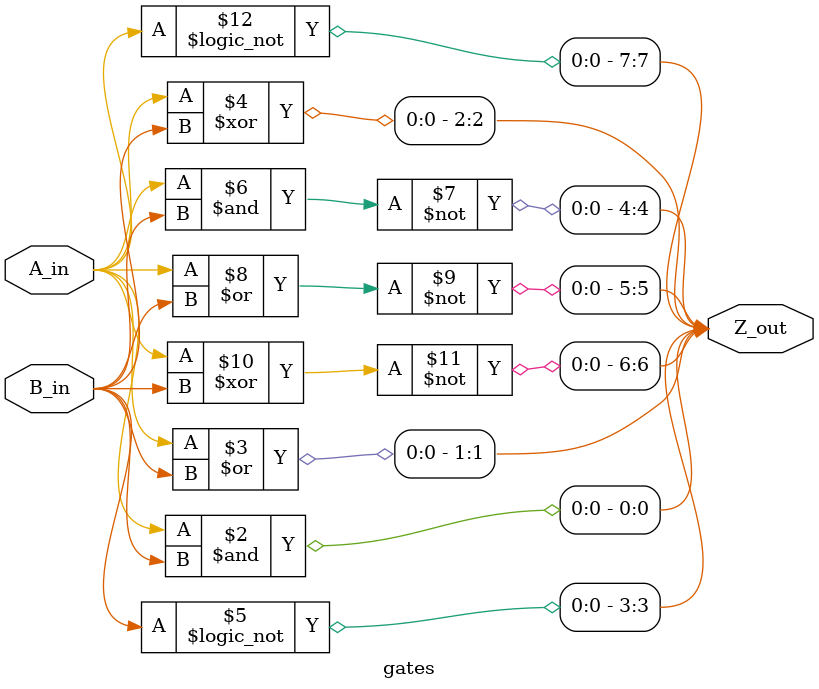
<source format=v>

module gates(
  
  input A_in,B_in,
  output reg [7:0] Z_out
);

  always @(*)
    begin
      Z_out[0] = A_in & B_in;
      Z_out[1] = A_in | B_in;
      Z_out[2] = A_in ^ B_in;
      Z_out[3] = !B_in;
      Z_out[4] = ~(A_in & B_in);
      Z_out[5] = ~(A_in | B_in);
      Z_out[6] = ~(A_in ^ B_in);
      Z_out[7] = !A_in;
    end
   
endmodule


</source>
